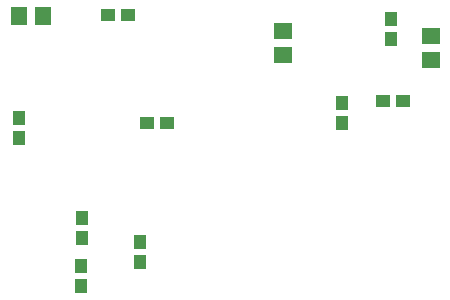
<source format=gbp>
G04 MADE WITH FRITZING*
G04 WWW.FRITZING.ORG*
G04 DOUBLE SIDED*
G04 HOLES PLATED*
G04 CONTOUR ON CENTER OF CONTOUR VECTOR*
%ASAXBY*%
%FSLAX23Y23*%
%MOIN*%
%OFA0B0*%
%SFA1.0B1.0*%
%ADD10R,0.059055X0.055118*%
%ADD11R,0.043307X0.047244*%
%ADD12R,0.047244X0.043307*%
%ADD13R,0.055118X0.059055*%
%ADD14R,0.001000X0.001000*%
%LNPASTEMASK0*%
G90*
G70*
G54D10*
X1629Y1752D03*
X1629Y1833D03*
G54D11*
X1497Y1891D03*
X1497Y1824D03*
G54D12*
X1469Y1618D03*
X1536Y1618D03*
G54D11*
X1331Y1543D03*
X1331Y1610D03*
G54D10*
X1136Y1770D03*
X1136Y1851D03*
G54D12*
X553Y1905D03*
X620Y1905D03*
G54D13*
X336Y1900D03*
X256Y1900D03*
G54D11*
X255Y1493D03*
X255Y1560D03*
X658Y1147D03*
X658Y1080D03*
X462Y1068D03*
X462Y1001D03*
X466Y1227D03*
X466Y1160D03*
G54D12*
X748Y1544D03*
X681Y1544D03*
G54D14*
D02*
G04 End of PasteMask0*
M02*
</source>
